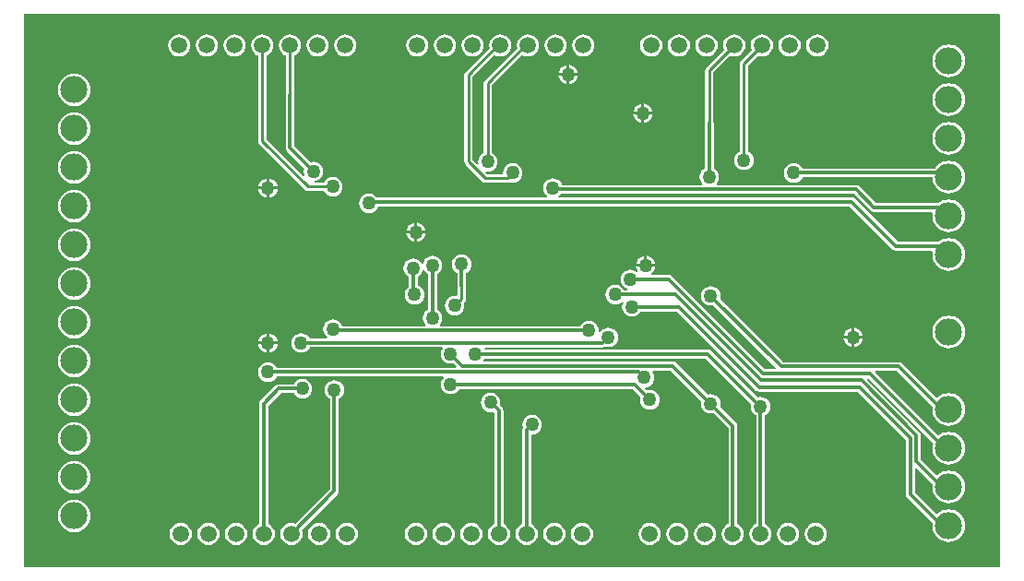
<source format=gbl>
G04 Layer_Physical_Order=2*
G04 Layer_Color=16711680*
%FSLAX23Y23*%
%MOIN*%
G70*
G01*
G75*
%ADD13C,0.010*%
%ADD14C,0.012*%
%ADD16C,0.098*%
%ADD17R,0.059X0.059*%
%ADD18C,0.059*%
%ADD19C,0.209*%
%ADD20C,0.050*%
G36*
X5416Y6307D02*
Y4312D01*
X1891D01*
Y6312D01*
X5411D01*
X5416Y6307D01*
D02*
G37*
%LPC*%
G36*
X4881Y5137D02*
X4851D01*
X4852Y5133D01*
X4855Y5124D01*
X4861Y5117D01*
X4868Y5111D01*
X4877Y5108D01*
X4881Y5107D01*
Y5137D01*
D02*
G37*
G36*
X5231Y5221D02*
X5219Y5220D01*
X5208Y5217D01*
X5198Y5211D01*
X5189Y5204D01*
X5182Y5195D01*
X5176Y5185D01*
X5173Y5174D01*
X5172Y5162D01*
X5173Y5150D01*
X5176Y5139D01*
X5182Y5129D01*
X5189Y5120D01*
X5198Y5113D01*
X5208Y5107D01*
X5219Y5104D01*
X5231Y5103D01*
X5243Y5104D01*
X5254Y5107D01*
X5264Y5113D01*
X5273Y5120D01*
X5280Y5129D01*
X5286Y5139D01*
X5289Y5150D01*
X5290Y5162D01*
X5289Y5174D01*
X5286Y5185D01*
X5280Y5195D01*
X5273Y5204D01*
X5264Y5211D01*
X5254Y5217D01*
X5243Y5220D01*
X5231Y5221D01*
D02*
G37*
G36*
X4921Y5137D02*
X4891D01*
Y5107D01*
X4895Y5108D01*
X4904Y5111D01*
X4911Y5117D01*
X4917Y5124D01*
X4920Y5133D01*
X4921Y5137D01*
D02*
G37*
G36*
X2776Y5157D02*
Y5127D01*
X2806D01*
X2805Y5131D01*
X2802Y5140D01*
X2796Y5147D01*
X2789Y5153D01*
X2780Y5156D01*
X2776Y5157D01*
D02*
G37*
G36*
X2766D02*
X2762Y5156D01*
X2753Y5153D01*
X2746Y5147D01*
X2740Y5140D01*
X2737Y5131D01*
X2736Y5127D01*
X2766D01*
Y5157D01*
D02*
G37*
G36*
X2896Y4992D02*
X2887Y4991D01*
X2878Y4988D01*
X2871Y4982D01*
X2865Y4975D01*
X2865Y4973D01*
X2811D01*
X2805Y4972D01*
X2799Y4969D01*
X2744Y4914D01*
X2741Y4908D01*
X2740Y4902D01*
Y4468D01*
X2736Y4467D01*
X2728Y4460D01*
X2721Y4452D01*
X2717Y4442D01*
X2716Y4432D01*
X2717Y4422D01*
X2721Y4412D01*
X2728Y4404D01*
X2736Y4397D01*
X2746Y4393D01*
X2756Y4392D01*
X2766Y4393D01*
X2776Y4397D01*
X2784Y4404D01*
X2791Y4412D01*
X2795Y4422D01*
X2796Y4432D01*
X2795Y4442D01*
X2791Y4452D01*
X2784Y4460D01*
X2776Y4467D01*
X2772Y4468D01*
Y4895D01*
X2818Y4941D01*
X2865D01*
X2865Y4939D01*
X2871Y4932D01*
X2878Y4926D01*
X2887Y4923D01*
X2896Y4922D01*
X2905Y4923D01*
X2914Y4926D01*
X2921Y4932D01*
X2927Y4939D01*
X2930Y4948D01*
X2931Y4957D01*
X2930Y4966D01*
X2927Y4975D01*
X2921Y4982D01*
X2914Y4988D01*
X2905Y4991D01*
X2896Y4992D01*
D02*
G37*
G36*
X2071Y4976D02*
X2059Y4975D01*
X2048Y4972D01*
X2038Y4966D01*
X2029Y4959D01*
X2022Y4950D01*
X2016Y4940D01*
X2013Y4929D01*
X2012Y4917D01*
X2013Y4905D01*
X2016Y4894D01*
X2022Y4884D01*
X2029Y4875D01*
X2038Y4868D01*
X2048Y4862D01*
X2059Y4859D01*
X2071Y4858D01*
X2083Y4859D01*
X2094Y4862D01*
X2104Y4868D01*
X2113Y4875D01*
X2120Y4884D01*
X2126Y4894D01*
X2129Y4905D01*
X2130Y4917D01*
X2129Y4929D01*
X2126Y4940D01*
X2120Y4950D01*
X2113Y4959D01*
X2104Y4966D01*
X2094Y4972D01*
X2083Y4975D01*
X2071Y4976D01*
D02*
G37*
G36*
Y5116D02*
X2059Y5115D01*
X2048Y5112D01*
X2038Y5106D01*
X2029Y5099D01*
X2022Y5090D01*
X2016Y5080D01*
X2013Y5069D01*
X2012Y5057D01*
X2013Y5045D01*
X2016Y5034D01*
X2022Y5024D01*
X2029Y5015D01*
X2038Y5008D01*
X2048Y5002D01*
X2059Y4999D01*
X2071Y4998D01*
X2083Y4999D01*
X2094Y5002D01*
X2104Y5008D01*
X2113Y5015D01*
X2120Y5024D01*
X2126Y5034D01*
X2129Y5045D01*
X2130Y5057D01*
X2129Y5069D01*
X2126Y5080D01*
X2120Y5090D01*
X2113Y5099D01*
X2104Y5106D01*
X2094Y5112D01*
X2083Y5115D01*
X2071Y5116D01*
D02*
G37*
G36*
X2806Y5117D02*
X2776D01*
Y5087D01*
X2780Y5088D01*
X2789Y5091D01*
X2796Y5097D01*
X2802Y5104D01*
X2805Y5113D01*
X2806Y5117D01*
D02*
G37*
G36*
X2766D02*
X2736D01*
X2737Y5113D01*
X2740Y5104D01*
X2746Y5097D01*
X2753Y5091D01*
X2762Y5088D01*
X2766Y5087D01*
Y5117D01*
D02*
G37*
G36*
X4131Y5437D02*
X4127Y5436D01*
X4118Y5433D01*
X4111Y5427D01*
X4105Y5420D01*
X4102Y5411D01*
X4101Y5407D01*
X4131D01*
Y5437D01*
D02*
G37*
G36*
X4171Y5397D02*
X4101D01*
X4102Y5393D01*
X4105Y5384D01*
X4107Y5383D01*
X4103Y5379D01*
X4099Y5383D01*
X4090Y5386D01*
X4081Y5387D01*
X4072Y5386D01*
X4063Y5383D01*
X4056Y5377D01*
X4050Y5370D01*
X4047Y5361D01*
X4046Y5352D01*
X4047Y5343D01*
X4050Y5334D01*
X4056Y5327D01*
X4063Y5321D01*
X4071Y5318D01*
X4070Y5313D01*
X4057D01*
X4057Y5315D01*
X4051Y5322D01*
X4044Y5328D01*
X4035Y5331D01*
X4026Y5332D01*
X4017Y5331D01*
X4008Y5328D01*
X4001Y5322D01*
X3995Y5315D01*
X3992Y5306D01*
X3991Y5297D01*
X3992Y5288D01*
X3995Y5279D01*
X4001Y5272D01*
X4008Y5266D01*
X4017Y5263D01*
X4026Y5262D01*
X4035Y5263D01*
X4044Y5266D01*
X4051Y5272D01*
X4051Y5273D01*
X4055Y5270D01*
X4052Y5261D01*
X4051Y5252D01*
X4052Y5243D01*
X4055Y5234D01*
X4061Y5227D01*
X4068Y5221D01*
X4077Y5218D01*
X4086Y5217D01*
X4095Y5218D01*
X4104Y5221D01*
X4111Y5227D01*
X4117Y5234D01*
X4117Y5236D01*
X4249D01*
X4534Y4950D01*
X4540Y4947D01*
X4546Y4946D01*
X4902D01*
X5075Y4773D01*
Y4576D01*
X5077Y4570D01*
X5080Y4565D01*
X5173Y4472D01*
X5172Y4462D01*
X5173Y4450D01*
X5176Y4439D01*
X5182Y4429D01*
X5189Y4420D01*
X5198Y4413D01*
X5208Y4407D01*
X5219Y4404D01*
X5231Y4403D01*
X5243Y4404D01*
X5254Y4407D01*
X5264Y4413D01*
X5273Y4420D01*
X5280Y4429D01*
X5286Y4439D01*
X5289Y4450D01*
X5290Y4462D01*
X5289Y4474D01*
X5286Y4485D01*
X5280Y4495D01*
X5273Y4504D01*
X5264Y4511D01*
X5254Y4517D01*
X5243Y4520D01*
X5231Y4521D01*
X5219Y4520D01*
X5208Y4517D01*
X5198Y4511D01*
X5189Y4504D01*
X5187Y4504D01*
X5108Y4583D01*
Y4670D01*
X5113Y4672D01*
X5173Y4612D01*
X5172Y4602D01*
X5173Y4590D01*
X5176Y4579D01*
X5182Y4569D01*
X5189Y4560D01*
X5198Y4553D01*
X5208Y4547D01*
X5219Y4544D01*
X5231Y4543D01*
X5243Y4544D01*
X5254Y4547D01*
X5264Y4553D01*
X5273Y4560D01*
X5280Y4569D01*
X5286Y4579D01*
X5289Y4590D01*
X5290Y4602D01*
X5289Y4614D01*
X5286Y4625D01*
X5280Y4635D01*
X5273Y4644D01*
X5264Y4651D01*
X5254Y4657D01*
X5243Y4660D01*
X5231Y4661D01*
X5219Y4660D01*
X5208Y4657D01*
X5198Y4651D01*
X5189Y4644D01*
X5187Y4644D01*
X5130Y4701D01*
Y4788D01*
X5129Y4795D01*
X5125Y4800D01*
X4937Y4989D01*
X4938Y4994D01*
X4941Y4994D01*
X5175Y4760D01*
X5173Y4754D01*
X5172Y4742D01*
X5173Y4730D01*
X5176Y4719D01*
X5182Y4709D01*
X5189Y4700D01*
X5198Y4693D01*
X5208Y4687D01*
X5219Y4684D01*
X5231Y4683D01*
X5243Y4684D01*
X5254Y4687D01*
X5264Y4693D01*
X5273Y4700D01*
X5280Y4709D01*
X5286Y4719D01*
X5289Y4730D01*
X5290Y4742D01*
X5289Y4754D01*
X5286Y4765D01*
X5280Y4775D01*
X5273Y4784D01*
X5264Y4791D01*
X5254Y4797D01*
X5243Y4800D01*
X5231Y4801D01*
X5219Y4800D01*
X5208Y4797D01*
X5198Y4791D01*
X5193Y4788D01*
X4965Y5016D01*
X4967Y5021D01*
X5044D01*
X5173Y4892D01*
X5172Y4882D01*
X5173Y4870D01*
X5176Y4859D01*
X5182Y4849D01*
X5189Y4840D01*
X5198Y4833D01*
X5208Y4827D01*
X5219Y4824D01*
X5231Y4823D01*
X5243Y4824D01*
X5254Y4827D01*
X5264Y4833D01*
X5273Y4840D01*
X5280Y4849D01*
X5286Y4859D01*
X5289Y4870D01*
X5290Y4882D01*
X5289Y4894D01*
X5286Y4905D01*
X5280Y4915D01*
X5273Y4924D01*
X5264Y4931D01*
X5254Y4937D01*
X5243Y4940D01*
X5231Y4941D01*
X5219Y4940D01*
X5208Y4937D01*
X5198Y4931D01*
X5189Y4924D01*
X5187Y4924D01*
X5063Y5049D01*
X5057Y5052D01*
X5051Y5053D01*
X4633D01*
X4405Y5282D01*
X4405Y5283D01*
X4406Y5292D01*
X4405Y5301D01*
X4402Y5310D01*
X4396Y5317D01*
X4389Y5323D01*
X4380Y5326D01*
X4371Y5327D01*
X4362Y5326D01*
X4353Y5323D01*
X4346Y5317D01*
X4340Y5310D01*
X4337Y5301D01*
X4336Y5292D01*
X4337Y5283D01*
X4340Y5274D01*
X4346Y5267D01*
X4353Y5261D01*
X4362Y5258D01*
X4371Y5257D01*
X4380Y5258D01*
X4381Y5258D01*
X4607Y5033D01*
X4605Y5028D01*
X4565D01*
X4230Y5364D01*
X4224Y5367D01*
X4218Y5368D01*
X4158D01*
X4156Y5373D01*
X4161Y5377D01*
X4167Y5384D01*
X4170Y5393D01*
X4171Y5397D01*
D02*
G37*
G36*
X4141Y5437D02*
Y5407D01*
X4171D01*
X4170Y5411D01*
X4167Y5420D01*
X4161Y5427D01*
X4154Y5433D01*
X4145Y5436D01*
X4141Y5437D01*
D02*
G37*
G36*
X2071Y5536D02*
X2059Y5535D01*
X2048Y5532D01*
X2038Y5526D01*
X2029Y5519D01*
X2022Y5510D01*
X2016Y5500D01*
X2013Y5489D01*
X2012Y5477D01*
X2013Y5465D01*
X2016Y5454D01*
X2022Y5444D01*
X2029Y5435D01*
X2038Y5428D01*
X2048Y5422D01*
X2059Y5419D01*
X2071Y5418D01*
X2083Y5419D01*
X2094Y5422D01*
X2104Y5428D01*
X2113Y5435D01*
X2120Y5444D01*
X2126Y5454D01*
X2129Y5465D01*
X2130Y5477D01*
X2129Y5489D01*
X2126Y5500D01*
X2120Y5510D01*
X2113Y5519D01*
X2104Y5526D01*
X2094Y5532D01*
X2083Y5535D01*
X2071Y5536D01*
D02*
G37*
G36*
X3366Y5437D02*
X3357Y5436D01*
X3348Y5433D01*
X3341Y5427D01*
X3335Y5420D01*
X3332Y5411D01*
X3332Y5410D01*
X3327Y5409D01*
X3327Y5410D01*
X3321Y5417D01*
X3314Y5423D01*
X3305Y5426D01*
X3296Y5427D01*
X3287Y5426D01*
X3278Y5423D01*
X3271Y5417D01*
X3265Y5410D01*
X3262Y5401D01*
X3261Y5392D01*
X3262Y5383D01*
X3265Y5374D01*
X3271Y5367D01*
X3278Y5361D01*
X3280Y5361D01*
Y5325D01*
X3276Y5322D01*
X3270Y5315D01*
X3267Y5306D01*
X3266Y5297D01*
X3267Y5288D01*
X3270Y5279D01*
X3276Y5272D01*
X3283Y5266D01*
X3292Y5263D01*
X3301Y5262D01*
X3310Y5263D01*
X3319Y5266D01*
X3326Y5272D01*
X3332Y5279D01*
X3335Y5288D01*
X3336Y5297D01*
X3335Y5306D01*
X3332Y5315D01*
X3326Y5322D01*
X3319Y5328D01*
X3312Y5330D01*
Y5361D01*
X3314Y5361D01*
X3321Y5367D01*
X3327Y5374D01*
X3330Y5383D01*
X3330Y5384D01*
X3335Y5385D01*
X3335Y5384D01*
X3341Y5377D01*
X3348Y5371D01*
X3350Y5371D01*
Y5243D01*
X3348Y5243D01*
X3341Y5237D01*
X3335Y5230D01*
X3332Y5221D01*
X3331Y5212D01*
X3332Y5203D01*
X3335Y5194D01*
X3340Y5188D01*
X3339Y5183D01*
X3039D01*
X3037Y5190D01*
X3031Y5197D01*
X3024Y5203D01*
X3015Y5206D01*
X3006Y5207D01*
X2997Y5206D01*
X2988Y5203D01*
X2981Y5197D01*
X2975Y5190D01*
X2972Y5181D01*
X2971Y5172D01*
X2972Y5163D01*
X2975Y5154D01*
X2981Y5147D01*
X2985Y5144D01*
X2983Y5139D01*
X2922D01*
X2922Y5140D01*
X2916Y5147D01*
X2909Y5153D01*
X2900Y5156D01*
X2891Y5157D01*
X2882Y5156D01*
X2873Y5153D01*
X2866Y5147D01*
X2860Y5140D01*
X2857Y5131D01*
X2856Y5122D01*
X2857Y5113D01*
X2860Y5104D01*
X2866Y5097D01*
X2873Y5091D01*
X2882Y5088D01*
X2891Y5087D01*
X2900Y5088D01*
X2909Y5091D01*
X2916Y5097D01*
X2922Y5104D01*
X2923Y5107D01*
X3400D01*
X3402Y5102D01*
X3400Y5100D01*
X3397Y5091D01*
X3396Y5082D01*
X3397Y5073D01*
X3400Y5064D01*
X3406Y5057D01*
X3413Y5051D01*
X3422Y5048D01*
X3431Y5047D01*
X3440Y5048D01*
X3441Y5048D01*
X3452Y5038D01*
X3450Y5033D01*
X2802D01*
X2802Y5035D01*
X2796Y5042D01*
X2789Y5048D01*
X2780Y5051D01*
X2771Y5052D01*
X2762Y5051D01*
X2753Y5048D01*
X2746Y5042D01*
X2740Y5035D01*
X2737Y5026D01*
X2736Y5017D01*
X2737Y5008D01*
X2740Y4999D01*
X2746Y4992D01*
X2753Y4986D01*
X2762Y4983D01*
X2771Y4982D01*
X2780Y4983D01*
X2789Y4986D01*
X2796Y4992D01*
X2802Y4999D01*
X2802Y5001D01*
X3403D01*
X3405Y4996D01*
X3400Y4990D01*
X3397Y4981D01*
X3396Y4972D01*
X3397Y4963D01*
X3400Y4954D01*
X3406Y4947D01*
X3413Y4941D01*
X3422Y4938D01*
X3431Y4937D01*
X3440Y4938D01*
X3449Y4941D01*
X3456Y4947D01*
X3462Y4954D01*
X3462Y4956D01*
X4089D01*
X4117Y4927D01*
X4117Y4926D01*
X4116Y4917D01*
X4117Y4908D01*
X4120Y4899D01*
X4126Y4892D01*
X4133Y4886D01*
X4142Y4883D01*
X4151Y4882D01*
X4160Y4883D01*
X4169Y4886D01*
X4176Y4892D01*
X4182Y4899D01*
X4185Y4908D01*
X4186Y4917D01*
X4185Y4926D01*
X4182Y4935D01*
X4176Y4942D01*
X4169Y4948D01*
X4160Y4951D01*
X4151Y4952D01*
X4142Y4951D01*
X4141Y4951D01*
X4134Y4957D01*
X4136Y4962D01*
X4140Y4963D01*
X4149Y4966D01*
X4156Y4972D01*
X4162Y4979D01*
X4165Y4988D01*
X4166Y4997D01*
X4165Y5006D01*
X4162Y5015D01*
X4159Y5018D01*
X4162Y5023D01*
X4227D01*
X4337Y4912D01*
X4337Y4911D01*
X4336Y4902D01*
X4337Y4893D01*
X4340Y4884D01*
X4346Y4877D01*
X4353Y4871D01*
X4362Y4868D01*
X4371Y4867D01*
X4380Y4868D01*
X4381Y4868D01*
X4435Y4815D01*
Y4468D01*
X4431Y4467D01*
X4423Y4460D01*
X4416Y4452D01*
X4412Y4442D01*
X4411Y4432D01*
X4412Y4422D01*
X4416Y4412D01*
X4423Y4404D01*
X4431Y4397D01*
X4441Y4393D01*
X4451Y4392D01*
X4461Y4393D01*
X4471Y4397D01*
X4479Y4404D01*
X4486Y4412D01*
X4490Y4422D01*
X4491Y4432D01*
X4490Y4442D01*
X4486Y4452D01*
X4479Y4460D01*
X4471Y4467D01*
X4467Y4468D01*
Y4822D01*
X4466Y4828D01*
X4463Y4834D01*
X4405Y4892D01*
X4405Y4893D01*
X4406Y4902D01*
X4405Y4911D01*
X4402Y4920D01*
X4396Y4927D01*
X4389Y4933D01*
X4380Y4936D01*
X4371Y4937D01*
X4362Y4936D01*
X4361Y4936D01*
X4246Y5051D01*
X4240Y5054D01*
X4234Y5055D01*
X3551D01*
X3548Y5060D01*
X3552Y5064D01*
X3552Y5066D01*
X4354D01*
X4517Y4902D01*
X4517Y4901D01*
X4516Y4892D01*
X4517Y4883D01*
X4520Y4874D01*
X4526Y4867D01*
X4533Y4861D01*
X4535Y4861D01*
Y4468D01*
X4531Y4467D01*
X4523Y4460D01*
X4516Y4452D01*
X4512Y4442D01*
X4511Y4432D01*
X4512Y4422D01*
X4516Y4412D01*
X4523Y4404D01*
X4531Y4397D01*
X4541Y4393D01*
X4551Y4392D01*
X4561Y4393D01*
X4571Y4397D01*
X4579Y4404D01*
X4586Y4412D01*
X4590Y4422D01*
X4591Y4432D01*
X4590Y4442D01*
X4586Y4452D01*
X4579Y4460D01*
X4571Y4467D01*
X4567Y4468D01*
Y4861D01*
X4569Y4861D01*
X4576Y4867D01*
X4582Y4874D01*
X4585Y4883D01*
X4586Y4892D01*
X4585Y4901D01*
X4582Y4910D01*
X4576Y4917D01*
X4569Y4923D01*
X4560Y4926D01*
X4551Y4927D01*
X4542Y4926D01*
X4541Y4926D01*
X4373Y5094D01*
X4367Y5097D01*
X4361Y5098D01*
X3554D01*
X3553Y5101D01*
X3555Y5106D01*
X3981D01*
X3987Y5107D01*
X3990Y5109D01*
X3992Y5108D01*
X4001Y5107D01*
X4010Y5108D01*
X4019Y5111D01*
X4026Y5117D01*
X4032Y5124D01*
X4035Y5133D01*
X4036Y5142D01*
X4035Y5151D01*
X4032Y5160D01*
X4026Y5167D01*
X4019Y5173D01*
X4010Y5176D01*
X4001Y5177D01*
X3992Y5176D01*
X3983Y5173D01*
X3976Y5167D01*
X3970Y5160D01*
X3970Y5159D01*
X3965Y5160D01*
X3966Y5167D01*
X3965Y5176D01*
X3961Y5184D01*
X3956Y5192D01*
X3948Y5197D01*
X3940Y5201D01*
X3931Y5202D01*
X3922Y5201D01*
X3913Y5197D01*
X3906Y5192D01*
X3900Y5184D01*
X3900Y5183D01*
X3393D01*
X3392Y5188D01*
X3397Y5194D01*
X3400Y5203D01*
X3401Y5212D01*
X3400Y5221D01*
X3397Y5230D01*
X3391Y5237D01*
X3384Y5243D01*
X3382Y5243D01*
Y5371D01*
X3384Y5371D01*
X3391Y5377D01*
X3397Y5384D01*
X3400Y5393D01*
X3401Y5402D01*
X3400Y5411D01*
X3397Y5420D01*
X3391Y5427D01*
X3384Y5433D01*
X3375Y5436D01*
X3366Y5437D01*
D02*
G37*
G36*
X4881Y5177D02*
X4877Y5176D01*
X4868Y5173D01*
X4861Y5167D01*
X4855Y5160D01*
X4852Y5151D01*
X4851Y5147D01*
X4881D01*
Y5177D01*
D02*
G37*
G36*
X2071Y5256D02*
X2059Y5255D01*
X2048Y5252D01*
X2038Y5246D01*
X2029Y5239D01*
X2022Y5230D01*
X2016Y5220D01*
X2013Y5209D01*
X2012Y5197D01*
X2013Y5185D01*
X2016Y5174D01*
X2022Y5164D01*
X2029Y5155D01*
X2038Y5148D01*
X2048Y5142D01*
X2059Y5139D01*
X2071Y5138D01*
X2083Y5139D01*
X2094Y5142D01*
X2104Y5148D01*
X2113Y5155D01*
X2120Y5164D01*
X2126Y5174D01*
X2129Y5185D01*
X2130Y5197D01*
X2129Y5209D01*
X2126Y5220D01*
X2120Y5230D01*
X2113Y5239D01*
X2104Y5246D01*
X2094Y5252D01*
X2083Y5255D01*
X2071Y5256D01*
D02*
G37*
G36*
X4891Y5177D02*
Y5147D01*
X4921D01*
X4920Y5151D01*
X4917Y5160D01*
X4911Y5167D01*
X4904Y5173D01*
X4895Y5176D01*
X4891Y5177D01*
D02*
G37*
G36*
X3471Y5442D02*
X3462Y5441D01*
X3453Y5438D01*
X3446Y5432D01*
X3440Y5425D01*
X3437Y5416D01*
X3436Y5407D01*
X3437Y5398D01*
X3440Y5389D01*
X3446Y5382D01*
X3453Y5376D01*
X3455Y5376D01*
Y5327D01*
X3456Y5322D01*
Y5296D01*
X3451Y5292D01*
X3446Y5292D01*
X3437Y5291D01*
X3428Y5288D01*
X3421Y5282D01*
X3415Y5275D01*
X3412Y5266D01*
X3411Y5257D01*
X3412Y5248D01*
X3415Y5239D01*
X3421Y5232D01*
X3428Y5226D01*
X3437Y5223D01*
X3446Y5222D01*
X3455Y5223D01*
X3464Y5226D01*
X3471Y5232D01*
X3477Y5239D01*
X3480Y5248D01*
X3481Y5257D01*
X3480Y5266D01*
X3479Y5268D01*
X3482Y5271D01*
X3485Y5276D01*
X3486Y5282D01*
Y5322D01*
X3487Y5327D01*
Y5376D01*
X3489Y5376D01*
X3496Y5382D01*
X3502Y5389D01*
X3505Y5398D01*
X3506Y5407D01*
X3505Y5416D01*
X3502Y5425D01*
X3496Y5432D01*
X3489Y5438D01*
X3480Y5441D01*
X3471Y5442D01*
D02*
G37*
G36*
X2071Y5396D02*
X2059Y5395D01*
X2048Y5392D01*
X2038Y5386D01*
X2029Y5379D01*
X2022Y5370D01*
X2016Y5360D01*
X2013Y5349D01*
X2012Y5337D01*
X2013Y5325D01*
X2016Y5314D01*
X2022Y5304D01*
X2029Y5295D01*
X2038Y5288D01*
X2048Y5282D01*
X2059Y5279D01*
X2071Y5278D01*
X2083Y5279D01*
X2094Y5282D01*
X2104Y5288D01*
X2113Y5295D01*
X2120Y5304D01*
X2126Y5314D01*
X2129Y5325D01*
X2130Y5337D01*
X2129Y5349D01*
X2126Y5360D01*
X2120Y5370D01*
X2113Y5379D01*
X2104Y5386D01*
X2094Y5392D01*
X2083Y5395D01*
X2071Y5396D01*
D02*
G37*
G36*
Y4836D02*
X2059Y4835D01*
X2048Y4832D01*
X2038Y4826D01*
X2029Y4819D01*
X2022Y4810D01*
X2016Y4800D01*
X2013Y4789D01*
X2012Y4777D01*
X2013Y4765D01*
X2016Y4754D01*
X2022Y4744D01*
X2029Y4735D01*
X2038Y4728D01*
X2048Y4722D01*
X2059Y4719D01*
X2071Y4718D01*
X2083Y4719D01*
X2094Y4722D01*
X2104Y4728D01*
X2113Y4735D01*
X2120Y4744D01*
X2126Y4754D01*
X2129Y4765D01*
X2130Y4777D01*
X2129Y4789D01*
X2126Y4800D01*
X2120Y4810D01*
X2113Y4819D01*
X2104Y4826D01*
X2094Y4832D01*
X2083Y4835D01*
X2071Y4836D01*
D02*
G37*
G36*
X3406Y4472D02*
X3396Y4471D01*
X3386Y4467D01*
X3378Y4460D01*
X3371Y4452D01*
X3367Y4442D01*
X3366Y4432D01*
X3367Y4422D01*
X3371Y4412D01*
X3378Y4404D01*
X3386Y4397D01*
X3396Y4393D01*
X3406Y4392D01*
X3416Y4393D01*
X3426Y4397D01*
X3434Y4404D01*
X3441Y4412D01*
X3445Y4422D01*
X3446Y4432D01*
X3445Y4442D01*
X3441Y4452D01*
X3434Y4460D01*
X3426Y4467D01*
X3416Y4471D01*
X3406Y4472D01*
D02*
G37*
G36*
X3306D02*
X3296Y4471D01*
X3286Y4467D01*
X3278Y4460D01*
X3271Y4452D01*
X3267Y4442D01*
X3266Y4432D01*
X3267Y4422D01*
X3271Y4412D01*
X3278Y4404D01*
X3286Y4397D01*
X3296Y4393D01*
X3306Y4392D01*
X3316Y4393D01*
X3326Y4397D01*
X3334Y4404D01*
X3341Y4412D01*
X3345Y4422D01*
X3346Y4432D01*
X3345Y4442D01*
X3341Y4452D01*
X3334Y4460D01*
X3326Y4467D01*
X3316Y4471D01*
X3306Y4472D01*
D02*
G37*
G36*
X3506D02*
X3496Y4471D01*
X3486Y4467D01*
X3478Y4460D01*
X3471Y4452D01*
X3467Y4442D01*
X3466Y4432D01*
X3467Y4422D01*
X3471Y4412D01*
X3478Y4404D01*
X3486Y4397D01*
X3496Y4393D01*
X3506Y4392D01*
X3516Y4393D01*
X3526Y4397D01*
X3534Y4404D01*
X3541Y4412D01*
X3545Y4422D01*
X3546Y4432D01*
X3545Y4442D01*
X3541Y4452D01*
X3534Y4460D01*
X3526Y4467D01*
X3516Y4471D01*
X3506Y4472D01*
D02*
G37*
G36*
X3726Y4862D02*
X3717Y4861D01*
X3708Y4858D01*
X3701Y4852D01*
X3695Y4845D01*
X3692Y4836D01*
X3691Y4827D01*
X3692Y4818D01*
X3693Y4816D01*
X3691Y4813D01*
X3690Y4807D01*
Y4468D01*
X3686Y4467D01*
X3678Y4460D01*
X3671Y4452D01*
X3667Y4442D01*
X3666Y4432D01*
X3667Y4422D01*
X3671Y4412D01*
X3678Y4404D01*
X3686Y4397D01*
X3696Y4393D01*
X3706Y4392D01*
X3716Y4393D01*
X3726Y4397D01*
X3734Y4404D01*
X3741Y4412D01*
X3745Y4422D01*
X3746Y4432D01*
X3745Y4442D01*
X3741Y4452D01*
X3734Y4460D01*
X3726Y4467D01*
X3722Y4468D01*
Y4788D01*
X3726Y4792D01*
X3735Y4793D01*
X3744Y4796D01*
X3751Y4802D01*
X3757Y4809D01*
X3760Y4818D01*
X3761Y4827D01*
X3760Y4836D01*
X3757Y4845D01*
X3751Y4852D01*
X3744Y4858D01*
X3735Y4861D01*
X3726Y4862D01*
D02*
G37*
G36*
X3576Y4942D02*
X3567Y4941D01*
X3558Y4938D01*
X3551Y4932D01*
X3545Y4925D01*
X3542Y4916D01*
X3541Y4907D01*
X3542Y4898D01*
X3545Y4889D01*
X3551Y4882D01*
X3558Y4876D01*
X3567Y4873D01*
X3576Y4872D01*
X3585Y4873D01*
X3586Y4873D01*
X3590Y4870D01*
Y4468D01*
X3586Y4467D01*
X3578Y4460D01*
X3571Y4452D01*
X3567Y4442D01*
X3566Y4432D01*
X3567Y4422D01*
X3571Y4412D01*
X3578Y4404D01*
X3586Y4397D01*
X3596Y4393D01*
X3606Y4392D01*
X3616Y4393D01*
X3626Y4397D01*
X3634Y4404D01*
X3641Y4412D01*
X3645Y4422D01*
X3646Y4432D01*
X3645Y4442D01*
X3641Y4452D01*
X3634Y4460D01*
X3626Y4467D01*
X3622Y4468D01*
Y4877D01*
X3621Y4883D01*
X3618Y4889D01*
X3610Y4897D01*
X3610Y4898D01*
X3611Y4907D01*
X3610Y4916D01*
X3607Y4925D01*
X3601Y4932D01*
X3594Y4938D01*
X3585Y4941D01*
X3576Y4942D01*
D02*
G37*
G36*
X2556Y4472D02*
X2546Y4471D01*
X2536Y4467D01*
X2528Y4460D01*
X2521Y4452D01*
X2517Y4442D01*
X2516Y4432D01*
X2517Y4422D01*
X2521Y4412D01*
X2528Y4404D01*
X2536Y4397D01*
X2546Y4393D01*
X2556Y4392D01*
X2566Y4393D01*
X2576Y4397D01*
X2584Y4404D01*
X2591Y4412D01*
X2595Y4422D01*
X2596Y4432D01*
X2595Y4442D01*
X2591Y4452D01*
X2584Y4460D01*
X2576Y4467D01*
X2566Y4471D01*
X2556Y4472D01*
D02*
G37*
G36*
X2456D02*
X2446Y4471D01*
X2436Y4467D01*
X2428Y4460D01*
X2421Y4452D01*
X2417Y4442D01*
X2416Y4432D01*
X2417Y4422D01*
X2421Y4412D01*
X2428Y4404D01*
X2436Y4397D01*
X2446Y4393D01*
X2456Y4392D01*
X2466Y4393D01*
X2476Y4397D01*
X2484Y4404D01*
X2491Y4412D01*
X2495Y4422D01*
X2496Y4432D01*
X2495Y4442D01*
X2491Y4452D01*
X2484Y4460D01*
X2476Y4467D01*
X2466Y4471D01*
X2456Y4472D01*
D02*
G37*
G36*
X2656D02*
X2646Y4471D01*
X2636Y4467D01*
X2628Y4460D01*
X2621Y4452D01*
X2617Y4442D01*
X2616Y4432D01*
X2617Y4422D01*
X2621Y4412D01*
X2628Y4404D01*
X2636Y4397D01*
X2646Y4393D01*
X2656Y4392D01*
X2666Y4393D01*
X2676Y4397D01*
X2684Y4404D01*
X2691Y4412D01*
X2695Y4422D01*
X2696Y4432D01*
X2695Y4442D01*
X2691Y4452D01*
X2684Y4460D01*
X2676Y4467D01*
X2666Y4471D01*
X2656Y4472D01*
D02*
G37*
G36*
X3056D02*
X3046Y4471D01*
X3036Y4467D01*
X3028Y4460D01*
X3021Y4452D01*
X3017Y4442D01*
X3016Y4432D01*
X3017Y4422D01*
X3021Y4412D01*
X3028Y4404D01*
X3036Y4397D01*
X3046Y4393D01*
X3056Y4392D01*
X3066Y4393D01*
X3076Y4397D01*
X3084Y4404D01*
X3091Y4412D01*
X3095Y4422D01*
X3096Y4432D01*
X3095Y4442D01*
X3091Y4452D01*
X3084Y4460D01*
X3076Y4467D01*
X3066Y4471D01*
X3056Y4472D01*
D02*
G37*
G36*
X2956D02*
X2946Y4471D01*
X2936Y4467D01*
X2928Y4460D01*
X2921Y4452D01*
X2917Y4442D01*
X2916Y4432D01*
X2917Y4422D01*
X2921Y4412D01*
X2928Y4404D01*
X2936Y4397D01*
X2946Y4393D01*
X2956Y4392D01*
X2966Y4393D01*
X2976Y4397D01*
X2984Y4404D01*
X2991Y4412D01*
X2995Y4422D01*
X2996Y4432D01*
X2995Y4442D01*
X2991Y4452D01*
X2984Y4460D01*
X2976Y4467D01*
X2966Y4471D01*
X2956Y4472D01*
D02*
G37*
G36*
X4751D02*
X4741Y4471D01*
X4731Y4467D01*
X4723Y4460D01*
X4716Y4452D01*
X4712Y4442D01*
X4711Y4432D01*
X4712Y4422D01*
X4716Y4412D01*
X4723Y4404D01*
X4731Y4397D01*
X4741Y4393D01*
X4751Y4392D01*
X4761Y4393D01*
X4771Y4397D01*
X4779Y4404D01*
X4786Y4412D01*
X4790Y4422D01*
X4791Y4432D01*
X4790Y4442D01*
X4786Y4452D01*
X4779Y4460D01*
X4771Y4467D01*
X4761Y4471D01*
X4751Y4472D01*
D02*
G37*
G36*
X4651D02*
X4641Y4471D01*
X4631Y4467D01*
X4623Y4460D01*
X4616Y4452D01*
X4612Y4442D01*
X4611Y4432D01*
X4612Y4422D01*
X4616Y4412D01*
X4623Y4404D01*
X4631Y4397D01*
X4641Y4393D01*
X4651Y4392D01*
X4661Y4393D01*
X4671Y4397D01*
X4679Y4404D01*
X4686Y4412D01*
X4690Y4422D01*
X4691Y4432D01*
X4690Y4442D01*
X4686Y4452D01*
X4679Y4460D01*
X4671Y4467D01*
X4661Y4471D01*
X4651Y4472D01*
D02*
G37*
G36*
X2071Y4556D02*
X2059Y4555D01*
X2048Y4552D01*
X2038Y4546D01*
X2029Y4539D01*
X2022Y4530D01*
X2016Y4520D01*
X2013Y4509D01*
X2012Y4497D01*
X2013Y4485D01*
X2016Y4474D01*
X2022Y4464D01*
X2029Y4455D01*
X2038Y4448D01*
X2048Y4442D01*
X2059Y4439D01*
X2071Y4438D01*
X2083Y4439D01*
X2094Y4442D01*
X2104Y4448D01*
X2113Y4455D01*
X2120Y4464D01*
X2126Y4474D01*
X2129Y4485D01*
X2130Y4497D01*
X2129Y4509D01*
X2126Y4520D01*
X2120Y4530D01*
X2113Y4539D01*
X2104Y4546D01*
X2094Y4552D01*
X2083Y4555D01*
X2071Y4556D01*
D02*
G37*
G36*
Y4696D02*
X2059Y4695D01*
X2048Y4692D01*
X2038Y4686D01*
X2029Y4679D01*
X2022Y4670D01*
X2016Y4660D01*
X2013Y4649D01*
X2012Y4637D01*
X2013Y4625D01*
X2016Y4614D01*
X2022Y4604D01*
X2029Y4595D01*
X2038Y4588D01*
X2048Y4582D01*
X2059Y4579D01*
X2071Y4578D01*
X2083Y4579D01*
X2094Y4582D01*
X2104Y4588D01*
X2113Y4595D01*
X2120Y4604D01*
X2126Y4614D01*
X2129Y4625D01*
X2130Y4637D01*
X2129Y4649D01*
X2126Y4660D01*
X2120Y4670D01*
X2113Y4679D01*
X2104Y4686D01*
X2094Y4692D01*
X2083Y4695D01*
X2071Y4696D01*
D02*
G37*
G36*
X3011Y4987D02*
X3002Y4986D01*
X2993Y4983D01*
X2986Y4977D01*
X2980Y4970D01*
X2977Y4961D01*
X2976Y4952D01*
X2977Y4943D01*
X2980Y4934D01*
X2986Y4927D01*
X2993Y4921D01*
X2995Y4921D01*
Y4594D01*
X2870Y4469D01*
X2866Y4471D01*
X2856Y4472D01*
X2846Y4471D01*
X2836Y4467D01*
X2828Y4460D01*
X2821Y4452D01*
X2817Y4442D01*
X2816Y4432D01*
X2817Y4422D01*
X2821Y4412D01*
X2828Y4404D01*
X2836Y4397D01*
X2846Y4393D01*
X2856Y4392D01*
X2866Y4393D01*
X2876Y4397D01*
X2884Y4404D01*
X2891Y4412D01*
X2895Y4422D01*
X2896Y4432D01*
X2895Y4442D01*
X2893Y4446D01*
X3023Y4575D01*
X3026Y4581D01*
X3027Y4587D01*
Y4921D01*
X3029Y4921D01*
X3036Y4927D01*
X3042Y4934D01*
X3045Y4943D01*
X3046Y4952D01*
X3045Y4961D01*
X3042Y4970D01*
X3036Y4977D01*
X3029Y4983D01*
X3020Y4986D01*
X3011Y4987D01*
D02*
G37*
G36*
X3906Y4472D02*
X3896Y4471D01*
X3886Y4467D01*
X3878Y4460D01*
X3871Y4452D01*
X3867Y4442D01*
X3866Y4432D01*
X3867Y4422D01*
X3871Y4412D01*
X3878Y4404D01*
X3886Y4397D01*
X3896Y4393D01*
X3906Y4392D01*
X3916Y4393D01*
X3926Y4397D01*
X3934Y4404D01*
X3941Y4412D01*
X3945Y4422D01*
X3946Y4432D01*
X3945Y4442D01*
X3941Y4452D01*
X3934Y4460D01*
X3926Y4467D01*
X3916Y4471D01*
X3906Y4472D01*
D02*
G37*
G36*
X3806D02*
X3796Y4471D01*
X3786Y4467D01*
X3778Y4460D01*
X3771Y4452D01*
X3767Y4442D01*
X3766Y4432D01*
X3767Y4422D01*
X3771Y4412D01*
X3778Y4404D01*
X3786Y4397D01*
X3796Y4393D01*
X3806Y4392D01*
X3816Y4393D01*
X3826Y4397D01*
X3834Y4404D01*
X3841Y4412D01*
X3845Y4422D01*
X3846Y4432D01*
X3845Y4442D01*
X3841Y4452D01*
X3834Y4460D01*
X3826Y4467D01*
X3816Y4471D01*
X3806Y4472D01*
D02*
G37*
G36*
X4151D02*
X4141Y4471D01*
X4131Y4467D01*
X4123Y4460D01*
X4116Y4452D01*
X4112Y4442D01*
X4111Y4432D01*
X4112Y4422D01*
X4116Y4412D01*
X4123Y4404D01*
X4131Y4397D01*
X4141Y4393D01*
X4151Y4392D01*
X4161Y4393D01*
X4171Y4397D01*
X4179Y4404D01*
X4186Y4412D01*
X4190Y4422D01*
X4191Y4432D01*
X4190Y4442D01*
X4186Y4452D01*
X4179Y4460D01*
X4171Y4467D01*
X4161Y4471D01*
X4151Y4472D01*
D02*
G37*
G36*
X4351D02*
X4341Y4471D01*
X4331Y4467D01*
X4323Y4460D01*
X4316Y4452D01*
X4312Y4442D01*
X4311Y4432D01*
X4312Y4422D01*
X4316Y4412D01*
X4323Y4404D01*
X4331Y4397D01*
X4341Y4393D01*
X4351Y4392D01*
X4361Y4393D01*
X4371Y4397D01*
X4379Y4404D01*
X4386Y4412D01*
X4390Y4422D01*
X4391Y4432D01*
X4390Y4442D01*
X4386Y4452D01*
X4379Y4460D01*
X4371Y4467D01*
X4361Y4471D01*
X4351Y4472D01*
D02*
G37*
G36*
X4251D02*
X4241Y4471D01*
X4231Y4467D01*
X4223Y4460D01*
X4216Y4452D01*
X4212Y4442D01*
X4211Y4432D01*
X4212Y4422D01*
X4216Y4412D01*
X4223Y4404D01*
X4231Y4397D01*
X4241Y4393D01*
X4251Y4392D01*
X4261Y4393D01*
X4271Y4397D01*
X4279Y4404D01*
X4286Y4412D01*
X4290Y4422D01*
X4291Y4432D01*
X4290Y4442D01*
X4286Y4452D01*
X4279Y4460D01*
X4271Y4467D01*
X4261Y4471D01*
X4251Y4472D01*
D02*
G37*
G36*
X3301Y5517D02*
X3271D01*
X3272Y5513D01*
X3275Y5504D01*
X3281Y5497D01*
X3288Y5491D01*
X3297Y5488D01*
X3301Y5487D01*
Y5517D01*
D02*
G37*
G36*
X2951Y6237D02*
X2941Y6236D01*
X2931Y6232D01*
X2923Y6225D01*
X2916Y6217D01*
X2912Y6207D01*
X2911Y6197D01*
X2912Y6187D01*
X2916Y6177D01*
X2923Y6169D01*
X2931Y6162D01*
X2941Y6158D01*
X2951Y6157D01*
X2961Y6158D01*
X2971Y6162D01*
X2979Y6169D01*
X2986Y6177D01*
X2990Y6187D01*
X2991Y6197D01*
X2990Y6207D01*
X2986Y6217D01*
X2979Y6225D01*
X2971Y6232D01*
X2961Y6236D01*
X2951Y6237D01*
D02*
G37*
G36*
X2651D02*
X2641Y6236D01*
X2631Y6232D01*
X2623Y6225D01*
X2616Y6217D01*
X2612Y6207D01*
X2611Y6197D01*
X2612Y6187D01*
X2616Y6177D01*
X2623Y6169D01*
X2631Y6162D01*
X2641Y6158D01*
X2651Y6157D01*
X2661Y6158D01*
X2671Y6162D01*
X2679Y6169D01*
X2686Y6177D01*
X2690Y6187D01*
X2691Y6197D01*
X2690Y6207D01*
X2686Y6217D01*
X2679Y6225D01*
X2671Y6232D01*
X2661Y6236D01*
X2651Y6237D01*
D02*
G37*
G36*
X3051D02*
X3041Y6236D01*
X3031Y6232D01*
X3023Y6225D01*
X3016Y6217D01*
X3012Y6207D01*
X3011Y6197D01*
X3012Y6187D01*
X3016Y6177D01*
X3023Y6169D01*
X3031Y6162D01*
X3041Y6158D01*
X3051Y6157D01*
X3061Y6158D01*
X3071Y6162D01*
X3079Y6169D01*
X3086Y6177D01*
X3090Y6187D01*
X3091Y6197D01*
X3090Y6207D01*
X3086Y6217D01*
X3079Y6225D01*
X3071Y6232D01*
X3061Y6236D01*
X3051Y6237D01*
D02*
G37*
G36*
X3411D02*
X3401Y6236D01*
X3391Y6232D01*
X3383Y6225D01*
X3376Y6217D01*
X3372Y6207D01*
X3371Y6197D01*
X3372Y6187D01*
X3376Y6177D01*
X3383Y6169D01*
X3391Y6162D01*
X3401Y6158D01*
X3411Y6157D01*
X3421Y6158D01*
X3431Y6162D01*
X3439Y6169D01*
X3446Y6177D01*
X3450Y6187D01*
X3451Y6197D01*
X3450Y6207D01*
X3446Y6217D01*
X3439Y6225D01*
X3431Y6232D01*
X3421Y6236D01*
X3411Y6237D01*
D02*
G37*
G36*
X3311D02*
X3301Y6236D01*
X3291Y6232D01*
X3283Y6225D01*
X3276Y6217D01*
X3272Y6207D01*
X3271Y6197D01*
X3272Y6187D01*
X3276Y6177D01*
X3283Y6169D01*
X3291Y6162D01*
X3301Y6158D01*
X3311Y6157D01*
X3321Y6158D01*
X3331Y6162D01*
X3339Y6169D01*
X3346Y6177D01*
X3350Y6187D01*
X3351Y6197D01*
X3350Y6207D01*
X3346Y6217D01*
X3339Y6225D01*
X3331Y6232D01*
X3321Y6236D01*
X3311Y6237D01*
D02*
G37*
G36*
X3851Y6127D02*
X3847Y6126D01*
X3838Y6123D01*
X3831Y6117D01*
X3825Y6110D01*
X3822Y6101D01*
X3821Y6097D01*
X3851D01*
Y6127D01*
D02*
G37*
G36*
X5231Y6201D02*
X5219Y6200D01*
X5208Y6197D01*
X5198Y6191D01*
X5189Y6184D01*
X5182Y6175D01*
X5176Y6165D01*
X5173Y6154D01*
X5172Y6142D01*
X5173Y6130D01*
X5176Y6119D01*
X5182Y6109D01*
X5189Y6100D01*
X5198Y6093D01*
X5208Y6087D01*
X5219Y6084D01*
X5231Y6083D01*
X5243Y6084D01*
X5254Y6087D01*
X5264Y6093D01*
X5273Y6100D01*
X5280Y6109D01*
X5286Y6119D01*
X5289Y6130D01*
X5290Y6142D01*
X5289Y6154D01*
X5286Y6165D01*
X5280Y6175D01*
X5273Y6184D01*
X5264Y6191D01*
X5254Y6197D01*
X5243Y6200D01*
X5231Y6201D01*
D02*
G37*
G36*
X3861Y6127D02*
Y6097D01*
X3891D01*
X3890Y6101D01*
X3887Y6110D01*
X3881Y6117D01*
X3874Y6123D01*
X3865Y6126D01*
X3861Y6127D01*
D02*
G37*
G36*
X2551Y6237D02*
X2541Y6236D01*
X2531Y6232D01*
X2523Y6225D01*
X2516Y6217D01*
X2512Y6207D01*
X2511Y6197D01*
X2512Y6187D01*
X2516Y6177D01*
X2523Y6169D01*
X2531Y6162D01*
X2541Y6158D01*
X2551Y6157D01*
X2561Y6158D01*
X2571Y6162D01*
X2579Y6169D01*
X2586Y6177D01*
X2590Y6187D01*
X2591Y6197D01*
X2590Y6207D01*
X2586Y6217D01*
X2579Y6225D01*
X2571Y6232D01*
X2561Y6236D01*
X2551Y6237D01*
D02*
G37*
G36*
X2451D02*
X2441Y6236D01*
X2431Y6232D01*
X2423Y6225D01*
X2416Y6217D01*
X2412Y6207D01*
X2411Y6197D01*
X2412Y6187D01*
X2416Y6177D01*
X2423Y6169D01*
X2431Y6162D01*
X2441Y6158D01*
X2451Y6157D01*
X2461Y6158D01*
X2471Y6162D01*
X2479Y6169D01*
X2486Y6177D01*
X2490Y6187D01*
X2491Y6197D01*
X2490Y6207D01*
X2486Y6217D01*
X2479Y6225D01*
X2471Y6232D01*
X2461Y6236D01*
X2451Y6237D01*
D02*
G37*
G36*
X3511D02*
X3501Y6236D01*
X3491Y6232D01*
X3483Y6225D01*
X3476Y6217D01*
X3472Y6207D01*
X3471Y6197D01*
X3472Y6187D01*
X3476Y6177D01*
X3483Y6169D01*
X3491Y6162D01*
X3501Y6158D01*
X3511Y6157D01*
X3521Y6158D01*
X3531Y6162D01*
X3539Y6169D01*
X3546Y6177D01*
X3550Y6187D01*
X3551Y6197D01*
X3550Y6207D01*
X3546Y6217D01*
X3539Y6225D01*
X3531Y6232D01*
X3521Y6236D01*
X3511Y6237D01*
D02*
G37*
G36*
X4456D02*
X4446Y6236D01*
X4436Y6232D01*
X4428Y6225D01*
X4421Y6217D01*
X4417Y6207D01*
X4416Y6197D01*
X4417Y6187D01*
X4419Y6182D01*
X4355Y6118D01*
X4352Y6113D01*
X4351Y6107D01*
Y5922D01*
X4350Y5917D01*
Y5753D01*
X4348Y5753D01*
X4341Y5747D01*
X4335Y5740D01*
X4332Y5731D01*
X4331Y5722D01*
X4332Y5713D01*
X4335Y5704D01*
X4340Y5698D01*
X4338Y5693D01*
X3834D01*
X3832Y5700D01*
X3826Y5707D01*
X3819Y5713D01*
X3810Y5716D01*
X3801Y5717D01*
X3792Y5716D01*
X3783Y5713D01*
X3776Y5707D01*
X3770Y5700D01*
X3767Y5691D01*
X3766Y5682D01*
X3767Y5673D01*
X3770Y5664D01*
X3776Y5657D01*
X3781Y5653D01*
X3779Y5648D01*
X3164D01*
X3161Y5652D01*
X3154Y5658D01*
X3145Y5661D01*
X3136Y5662D01*
X3127Y5661D01*
X3118Y5658D01*
X3111Y5652D01*
X3105Y5645D01*
X3102Y5636D01*
X3101Y5627D01*
X3102Y5618D01*
X3105Y5609D01*
X3111Y5602D01*
X3118Y5596D01*
X3127Y5593D01*
X3136Y5592D01*
X3145Y5593D01*
X3154Y5596D01*
X3161Y5602D01*
X3167Y5609D01*
X3169Y5616D01*
X4874D01*
X5029Y5460D01*
X5035Y5457D01*
X5041Y5456D01*
X5169D01*
X5172Y5451D01*
X5172Y5442D01*
X5173Y5430D01*
X5176Y5419D01*
X5182Y5409D01*
X5189Y5400D01*
X5198Y5393D01*
X5208Y5387D01*
X5219Y5384D01*
X5231Y5383D01*
X5243Y5384D01*
X5254Y5387D01*
X5264Y5393D01*
X5273Y5400D01*
X5280Y5409D01*
X5286Y5419D01*
X5289Y5430D01*
X5290Y5442D01*
X5289Y5454D01*
X5286Y5465D01*
X5280Y5475D01*
X5273Y5484D01*
X5264Y5491D01*
X5254Y5497D01*
X5243Y5500D01*
X5231Y5501D01*
X5219Y5500D01*
X5208Y5497D01*
X5198Y5491D01*
X5194Y5488D01*
X5048D01*
X4893Y5644D01*
X4887Y5647D01*
X4881Y5648D01*
X3823D01*
X3821Y5653D01*
X3826Y5657D01*
X3829Y5661D01*
X4889D01*
X4949Y5600D01*
X4955Y5597D01*
X4961Y5596D01*
X5169D01*
X5172Y5591D01*
X5172Y5582D01*
X5173Y5570D01*
X5176Y5559D01*
X5182Y5549D01*
X5189Y5540D01*
X5198Y5533D01*
X5208Y5527D01*
X5219Y5524D01*
X5231Y5523D01*
X5243Y5524D01*
X5254Y5527D01*
X5264Y5533D01*
X5273Y5540D01*
X5280Y5549D01*
X5286Y5559D01*
X5289Y5570D01*
X5290Y5582D01*
X5289Y5594D01*
X5286Y5605D01*
X5280Y5615D01*
X5273Y5624D01*
X5264Y5631D01*
X5254Y5637D01*
X5243Y5640D01*
X5231Y5641D01*
X5219Y5640D01*
X5208Y5637D01*
X5198Y5631D01*
X5194Y5628D01*
X4968D01*
X4908Y5689D01*
X4902Y5692D01*
X4896Y5693D01*
X4394D01*
X4392Y5698D01*
X4397Y5704D01*
X4400Y5713D01*
X4401Y5722D01*
X4400Y5731D01*
X4397Y5740D01*
X4391Y5747D01*
X4384Y5753D01*
X4382Y5753D01*
Y5917D01*
X4381Y5922D01*
Y6101D01*
X4441Y6160D01*
X4446Y6158D01*
X4456Y6157D01*
X4466Y6158D01*
X4476Y6162D01*
X4484Y6169D01*
X4491Y6177D01*
X4495Y6187D01*
X4496Y6197D01*
X4495Y6207D01*
X4491Y6217D01*
X4484Y6225D01*
X4476Y6232D01*
X4466Y6236D01*
X4456Y6237D01*
D02*
G37*
G36*
X4356D02*
X4346Y6236D01*
X4336Y6232D01*
X4328Y6225D01*
X4321Y6217D01*
X4317Y6207D01*
X4316Y6197D01*
X4317Y6187D01*
X4321Y6177D01*
X4328Y6169D01*
X4336Y6162D01*
X4346Y6158D01*
X4356Y6157D01*
X4366Y6158D01*
X4376Y6162D01*
X4384Y6169D01*
X4391Y6177D01*
X4395Y6187D01*
X4396Y6197D01*
X4395Y6207D01*
X4391Y6217D01*
X4384Y6225D01*
X4376Y6232D01*
X4366Y6236D01*
X4356Y6237D01*
D02*
G37*
G36*
X4556D02*
X4546Y6236D01*
X4536Y6232D01*
X4528Y6225D01*
X4521Y6217D01*
X4517Y6207D01*
X4516Y6197D01*
X4517Y6187D01*
X4519Y6182D01*
X4480Y6143D01*
X4477Y6138D01*
X4476Y6132D01*
Y5814D01*
X4473Y5813D01*
X4466Y5807D01*
X4460Y5800D01*
X4457Y5791D01*
X4456Y5782D01*
X4457Y5773D01*
X4460Y5764D01*
X4466Y5757D01*
X4473Y5751D01*
X4482Y5748D01*
X4491Y5747D01*
X4500Y5748D01*
X4509Y5751D01*
X4516Y5757D01*
X4522Y5764D01*
X4525Y5773D01*
X4526Y5782D01*
X4525Y5791D01*
X4522Y5800D01*
X4516Y5807D01*
X4509Y5813D01*
X4506Y5814D01*
Y6126D01*
X4541Y6160D01*
X4546Y6158D01*
X4556Y6157D01*
X4566Y6158D01*
X4576Y6162D01*
X4584Y6169D01*
X4591Y6177D01*
X4595Y6187D01*
X4596Y6197D01*
X4595Y6207D01*
X4591Y6217D01*
X4584Y6225D01*
X4576Y6232D01*
X4566Y6236D01*
X4556Y6237D01*
D02*
G37*
G36*
X4756D02*
X4746Y6236D01*
X4736Y6232D01*
X4728Y6225D01*
X4721Y6217D01*
X4717Y6207D01*
X4716Y6197D01*
X4717Y6187D01*
X4721Y6177D01*
X4728Y6169D01*
X4736Y6162D01*
X4746Y6158D01*
X4756Y6157D01*
X4766Y6158D01*
X4776Y6162D01*
X4784Y6169D01*
X4791Y6177D01*
X4795Y6187D01*
X4796Y6197D01*
X4795Y6207D01*
X4791Y6217D01*
X4784Y6225D01*
X4776Y6232D01*
X4766Y6236D01*
X4756Y6237D01*
D02*
G37*
G36*
X4656D02*
X4646Y6236D01*
X4636Y6232D01*
X4628Y6225D01*
X4621Y6217D01*
X4617Y6207D01*
X4616Y6197D01*
X4617Y6187D01*
X4621Y6177D01*
X4628Y6169D01*
X4636Y6162D01*
X4646Y6158D01*
X4656Y6157D01*
X4666Y6158D01*
X4676Y6162D01*
X4684Y6169D01*
X4691Y6177D01*
X4695Y6187D01*
X4696Y6197D01*
X4695Y6207D01*
X4691Y6217D01*
X4684Y6225D01*
X4676Y6232D01*
X4666Y6236D01*
X4656Y6237D01*
D02*
G37*
G36*
X3811D02*
X3801Y6236D01*
X3791Y6232D01*
X3783Y6225D01*
X3776Y6217D01*
X3772Y6207D01*
X3771Y6197D01*
X3772Y6187D01*
X3776Y6177D01*
X3783Y6169D01*
X3791Y6162D01*
X3801Y6158D01*
X3811Y6157D01*
X3821Y6158D01*
X3831Y6162D01*
X3839Y6169D01*
X3846Y6177D01*
X3850Y6187D01*
X3851Y6197D01*
X3850Y6207D01*
X3846Y6217D01*
X3839Y6225D01*
X3831Y6232D01*
X3821Y6236D01*
X3811Y6237D01*
D02*
G37*
G36*
X3711D02*
X3701Y6236D01*
X3691Y6232D01*
X3683Y6225D01*
X3676Y6217D01*
X3672Y6207D01*
X3671Y6197D01*
X3672Y6190D01*
X3555Y6073D01*
X3552Y6068D01*
X3551Y6062D01*
Y5809D01*
X3548Y5808D01*
X3541Y5802D01*
X3535Y5795D01*
X3532Y5786D01*
X3531Y5777D01*
X3532Y5770D01*
X3527Y5768D01*
X3511Y5783D01*
Y6086D01*
X3589Y6164D01*
X3591Y6162D01*
X3601Y6158D01*
X3611Y6157D01*
X3621Y6158D01*
X3631Y6162D01*
X3639Y6169D01*
X3646Y6177D01*
X3650Y6187D01*
X3651Y6197D01*
X3650Y6207D01*
X3646Y6217D01*
X3639Y6225D01*
X3631Y6232D01*
X3621Y6236D01*
X3611Y6237D01*
X3601Y6236D01*
X3591Y6232D01*
X3583Y6225D01*
X3576Y6217D01*
X3572Y6207D01*
X3571Y6197D01*
X3572Y6190D01*
X3485Y6103D01*
X3482Y6098D01*
X3481Y6092D01*
Y5777D01*
X3482Y5771D01*
X3485Y5766D01*
X3545Y5706D01*
X3550Y5703D01*
X3556Y5702D01*
X3636D01*
X3642Y5703D01*
X3644Y5704D01*
X3647Y5703D01*
X3656Y5702D01*
X3665Y5703D01*
X3674Y5706D01*
X3681Y5712D01*
X3687Y5719D01*
X3690Y5728D01*
X3691Y5737D01*
X3690Y5746D01*
X3687Y5755D01*
X3681Y5762D01*
X3674Y5768D01*
X3665Y5771D01*
X3656Y5772D01*
X3647Y5771D01*
X3638Y5768D01*
X3631Y5762D01*
X3625Y5755D01*
X3622Y5746D01*
X3621Y5737D01*
X3621Y5736D01*
X3618Y5732D01*
X3562D01*
X3557Y5738D01*
X3559Y5743D01*
X3566Y5742D01*
X3575Y5743D01*
X3584Y5746D01*
X3591Y5752D01*
X3597Y5759D01*
X3600Y5768D01*
X3601Y5777D01*
X3600Y5786D01*
X3597Y5795D01*
X3591Y5802D01*
X3584Y5808D01*
X3581Y5809D01*
Y6056D01*
X3689Y6164D01*
X3691Y6162D01*
X3701Y6158D01*
X3711Y6157D01*
X3721Y6158D01*
X3731Y6162D01*
X3739Y6169D01*
X3746Y6177D01*
X3750Y6187D01*
X3751Y6197D01*
X3750Y6207D01*
X3746Y6217D01*
X3739Y6225D01*
X3731Y6232D01*
X3721Y6236D01*
X3711Y6237D01*
D02*
G37*
G36*
X3911D02*
X3901Y6236D01*
X3891Y6232D01*
X3883Y6225D01*
X3876Y6217D01*
X3872Y6207D01*
X3871Y6197D01*
X3872Y6187D01*
X3876Y6177D01*
X3883Y6169D01*
X3891Y6162D01*
X3901Y6158D01*
X3911Y6157D01*
X3921Y6158D01*
X3931Y6162D01*
X3939Y6169D01*
X3946Y6177D01*
X3950Y6187D01*
X3951Y6197D01*
X3950Y6207D01*
X3946Y6217D01*
X3939Y6225D01*
X3931Y6232D01*
X3921Y6236D01*
X3911Y6237D01*
D02*
G37*
G36*
X4256D02*
X4246Y6236D01*
X4236Y6232D01*
X4228Y6225D01*
X4221Y6217D01*
X4217Y6207D01*
X4216Y6197D01*
X4217Y6187D01*
X4221Y6177D01*
X4228Y6169D01*
X4236Y6162D01*
X4246Y6158D01*
X4256Y6157D01*
X4266Y6158D01*
X4276Y6162D01*
X4284Y6169D01*
X4291Y6177D01*
X4295Y6187D01*
X4296Y6197D01*
X4295Y6207D01*
X4291Y6217D01*
X4284Y6225D01*
X4276Y6232D01*
X4266Y6236D01*
X4256Y6237D01*
D02*
G37*
G36*
X4156D02*
X4146Y6236D01*
X4136Y6232D01*
X4128Y6225D01*
X4121Y6217D01*
X4117Y6207D01*
X4116Y6197D01*
X4117Y6187D01*
X4121Y6177D01*
X4128Y6169D01*
X4136Y6162D01*
X4146Y6158D01*
X4156Y6157D01*
X4166Y6158D01*
X4176Y6162D01*
X4184Y6169D01*
X4191Y6177D01*
X4195Y6187D01*
X4196Y6197D01*
X4195Y6207D01*
X4191Y6217D01*
X4184Y6225D01*
X4176Y6232D01*
X4166Y6236D01*
X4156Y6237D01*
D02*
G37*
G36*
X2766Y5717D02*
X2762Y5716D01*
X2753Y5713D01*
X2746Y5707D01*
X2740Y5700D01*
X2737Y5691D01*
X2736Y5687D01*
X2766D01*
Y5717D01*
D02*
G37*
G36*
X2806Y5677D02*
X2776D01*
Y5647D01*
X2780Y5648D01*
X2789Y5651D01*
X2796Y5657D01*
X2802Y5664D01*
X2805Y5673D01*
X2806Y5677D01*
D02*
G37*
G36*
X2776Y5717D02*
Y5687D01*
X2806D01*
X2805Y5691D01*
X2802Y5700D01*
X2796Y5707D01*
X2789Y5713D01*
X2780Y5716D01*
X2776Y5717D01*
D02*
G37*
G36*
X2851Y6237D02*
X2841Y6236D01*
X2831Y6232D01*
X2823Y6225D01*
X2816Y6217D01*
X2812Y6207D01*
X2811Y6197D01*
X2812Y6187D01*
X2816Y6177D01*
X2823Y6169D01*
X2831Y6162D01*
X2836Y6161D01*
Y6022D01*
X2835Y6017D01*
Y5827D01*
X2836Y5821D01*
X2839Y5815D01*
X2902Y5752D01*
X2902Y5751D01*
X2901Y5742D01*
X2902Y5733D01*
X2904Y5728D01*
X2900Y5725D01*
X2766Y5858D01*
Y6161D01*
X2771Y6162D01*
X2779Y6169D01*
X2786Y6177D01*
X2790Y6187D01*
X2791Y6197D01*
X2790Y6207D01*
X2786Y6217D01*
X2779Y6225D01*
X2771Y6232D01*
X2761Y6236D01*
X2751Y6237D01*
X2741Y6236D01*
X2731Y6232D01*
X2723Y6225D01*
X2716Y6217D01*
X2712Y6207D01*
X2711Y6197D01*
X2712Y6187D01*
X2716Y6177D01*
X2723Y6169D01*
X2731Y6162D01*
X2736Y6161D01*
Y5852D01*
X2737Y5846D01*
X2740Y5841D01*
X2905Y5676D01*
X2910Y5673D01*
X2916Y5672D01*
X2974D01*
X2975Y5669D01*
X2981Y5662D01*
X2988Y5656D01*
X2997Y5653D01*
X3006Y5652D01*
X3015Y5653D01*
X3024Y5656D01*
X3031Y5662D01*
X3037Y5669D01*
X3040Y5678D01*
X3041Y5687D01*
X3040Y5696D01*
X3037Y5705D01*
X3031Y5712D01*
X3024Y5718D01*
X3015Y5721D01*
X3006Y5722D01*
X2997Y5721D01*
X2988Y5718D01*
X2981Y5712D01*
X2975Y5705D01*
X2974Y5702D01*
X2941D01*
X2941Y5707D01*
X2945Y5708D01*
X2954Y5711D01*
X2961Y5717D01*
X2967Y5724D01*
X2970Y5733D01*
X2971Y5742D01*
X2970Y5751D01*
X2967Y5760D01*
X2961Y5767D01*
X2954Y5773D01*
X2945Y5776D01*
X2936Y5777D01*
X2927Y5776D01*
X2926Y5776D01*
X2867Y5834D01*
Y6017D01*
X2866Y6022D01*
Y6161D01*
X2871Y6162D01*
X2879Y6169D01*
X2886Y6177D01*
X2890Y6187D01*
X2891Y6197D01*
X2890Y6207D01*
X2886Y6217D01*
X2879Y6225D01*
X2871Y6232D01*
X2861Y6236D01*
X2851Y6237D01*
D02*
G37*
G36*
X2071Y5816D02*
X2059Y5815D01*
X2048Y5812D01*
X2038Y5806D01*
X2029Y5799D01*
X2022Y5790D01*
X2016Y5780D01*
X2013Y5769D01*
X2012Y5757D01*
X2013Y5745D01*
X2016Y5734D01*
X2022Y5724D01*
X2029Y5715D01*
X2038Y5708D01*
X2048Y5702D01*
X2059Y5699D01*
X2071Y5698D01*
X2083Y5699D01*
X2094Y5702D01*
X2104Y5708D01*
X2113Y5715D01*
X2120Y5724D01*
X2126Y5734D01*
X2129Y5745D01*
X2130Y5757D01*
X2129Y5769D01*
X2126Y5780D01*
X2120Y5790D01*
X2113Y5799D01*
X2104Y5806D01*
X2094Y5812D01*
X2083Y5815D01*
X2071Y5816D01*
D02*
G37*
G36*
X3301Y5557D02*
X3297Y5556D01*
X3288Y5553D01*
X3281Y5547D01*
X3275Y5540D01*
X3272Y5531D01*
X3271Y5527D01*
X3301D01*
Y5557D01*
D02*
G37*
G36*
X3341Y5517D02*
X3311D01*
Y5487D01*
X3315Y5488D01*
X3324Y5491D01*
X3331Y5497D01*
X3337Y5504D01*
X3340Y5513D01*
X3341Y5517D01*
D02*
G37*
G36*
X3311Y5557D02*
Y5527D01*
X3341D01*
X3340Y5531D01*
X3337Y5540D01*
X3331Y5547D01*
X3324Y5553D01*
X3315Y5556D01*
X3311Y5557D01*
D02*
G37*
G36*
X2766Y5677D02*
X2736D01*
X2737Y5673D01*
X2740Y5664D01*
X2746Y5657D01*
X2753Y5651D01*
X2762Y5648D01*
X2766Y5647D01*
Y5677D01*
D02*
G37*
G36*
X2071Y5676D02*
X2059Y5675D01*
X2048Y5672D01*
X2038Y5666D01*
X2029Y5659D01*
X2022Y5650D01*
X2016Y5640D01*
X2013Y5629D01*
X2012Y5617D01*
X2013Y5605D01*
X2016Y5594D01*
X2022Y5584D01*
X2029Y5575D01*
X2038Y5568D01*
X2048Y5562D01*
X2059Y5559D01*
X2071Y5558D01*
X2083Y5559D01*
X2094Y5562D01*
X2104Y5568D01*
X2113Y5575D01*
X2120Y5584D01*
X2126Y5594D01*
X2129Y5605D01*
X2130Y5617D01*
X2129Y5629D01*
X2126Y5640D01*
X2120Y5650D01*
X2113Y5659D01*
X2104Y5666D01*
X2094Y5672D01*
X2083Y5675D01*
X2071Y5676D01*
D02*
G37*
G36*
X5231Y5781D02*
X5219Y5780D01*
X5208Y5777D01*
X5198Y5771D01*
X5189Y5764D01*
X5182Y5755D01*
X5181Y5753D01*
X4702D01*
X4702Y5755D01*
X4696Y5762D01*
X4689Y5768D01*
X4680Y5771D01*
X4671Y5772D01*
X4662Y5771D01*
X4653Y5768D01*
X4646Y5762D01*
X4640Y5755D01*
X4637Y5746D01*
X4636Y5737D01*
X4637Y5728D01*
X4640Y5719D01*
X4646Y5712D01*
X4653Y5706D01*
X4662Y5703D01*
X4671Y5702D01*
X4680Y5703D01*
X4689Y5706D01*
X4696Y5712D01*
X4702Y5719D01*
X4702Y5721D01*
X5172D01*
X5173Y5710D01*
X5176Y5699D01*
X5182Y5689D01*
X5189Y5680D01*
X5198Y5673D01*
X5208Y5667D01*
X5219Y5664D01*
X5231Y5663D01*
X5243Y5664D01*
X5254Y5667D01*
X5264Y5673D01*
X5273Y5680D01*
X5280Y5689D01*
X5286Y5699D01*
X5289Y5710D01*
X5290Y5722D01*
X5289Y5734D01*
X5286Y5745D01*
X5280Y5755D01*
X5273Y5764D01*
X5264Y5771D01*
X5254Y5777D01*
X5243Y5780D01*
X5231Y5781D01*
D02*
G37*
G36*
X4131Y5987D02*
Y5957D01*
X4161D01*
X4160Y5961D01*
X4157Y5970D01*
X4151Y5977D01*
X4144Y5983D01*
X4135Y5986D01*
X4131Y5987D01*
D02*
G37*
G36*
X4121D02*
X4117Y5986D01*
X4108Y5983D01*
X4101Y5977D01*
X4095Y5970D01*
X4092Y5961D01*
X4091Y5957D01*
X4121D01*
Y5987D01*
D02*
G37*
G36*
X2071Y6096D02*
X2059Y6095D01*
X2048Y6092D01*
X2038Y6086D01*
X2029Y6079D01*
X2022Y6070D01*
X2016Y6060D01*
X2013Y6049D01*
X2012Y6037D01*
X2013Y6025D01*
X2016Y6014D01*
X2022Y6004D01*
X2029Y5995D01*
X2038Y5988D01*
X2048Y5982D01*
X2059Y5979D01*
X2071Y5978D01*
X2083Y5979D01*
X2094Y5982D01*
X2104Y5988D01*
X2113Y5995D01*
X2120Y6004D01*
X2126Y6014D01*
X2129Y6025D01*
X2130Y6037D01*
X2129Y6049D01*
X2126Y6060D01*
X2120Y6070D01*
X2113Y6079D01*
X2104Y6086D01*
X2094Y6092D01*
X2083Y6095D01*
X2071Y6096D01*
D02*
G37*
G36*
X3891Y6087D02*
X3861D01*
Y6057D01*
X3865Y6058D01*
X3874Y6061D01*
X3881Y6067D01*
X3887Y6074D01*
X3890Y6083D01*
X3891Y6087D01*
D02*
G37*
G36*
X3851D02*
X3821D01*
X3822Y6083D01*
X3825Y6074D01*
X3831Y6067D01*
X3838Y6061D01*
X3847Y6058D01*
X3851Y6057D01*
Y6087D01*
D02*
G37*
G36*
X2071Y5956D02*
X2059Y5955D01*
X2048Y5952D01*
X2038Y5946D01*
X2029Y5939D01*
X2022Y5930D01*
X2016Y5920D01*
X2013Y5909D01*
X2012Y5897D01*
X2013Y5885D01*
X2016Y5874D01*
X2022Y5864D01*
X2029Y5855D01*
X2038Y5848D01*
X2048Y5842D01*
X2059Y5839D01*
X2071Y5838D01*
X2083Y5839D01*
X2094Y5842D01*
X2104Y5848D01*
X2113Y5855D01*
X2120Y5864D01*
X2126Y5874D01*
X2129Y5885D01*
X2130Y5897D01*
X2129Y5909D01*
X2126Y5920D01*
X2120Y5930D01*
X2113Y5939D01*
X2104Y5946D01*
X2094Y5952D01*
X2083Y5955D01*
X2071Y5956D01*
D02*
G37*
G36*
X5231Y5921D02*
X5219Y5920D01*
X5208Y5917D01*
X5198Y5911D01*
X5189Y5904D01*
X5182Y5895D01*
X5176Y5885D01*
X5173Y5874D01*
X5172Y5862D01*
X5173Y5850D01*
X5176Y5839D01*
X5182Y5829D01*
X5189Y5820D01*
X5198Y5813D01*
X5208Y5807D01*
X5219Y5804D01*
X5231Y5803D01*
X5243Y5804D01*
X5254Y5807D01*
X5264Y5813D01*
X5273Y5820D01*
X5280Y5829D01*
X5286Y5839D01*
X5289Y5850D01*
X5290Y5862D01*
X5289Y5874D01*
X5286Y5885D01*
X5280Y5895D01*
X5273Y5904D01*
X5264Y5911D01*
X5254Y5917D01*
X5243Y5920D01*
X5231Y5921D01*
D02*
G37*
G36*
X4121Y5947D02*
X4091D01*
X4092Y5943D01*
X4095Y5934D01*
X4101Y5927D01*
X4108Y5921D01*
X4117Y5918D01*
X4121Y5917D01*
Y5947D01*
D02*
G37*
G36*
X5231Y6061D02*
X5219Y6060D01*
X5208Y6057D01*
X5198Y6051D01*
X5189Y6044D01*
X5182Y6035D01*
X5176Y6025D01*
X5173Y6014D01*
X5172Y6002D01*
X5173Y5990D01*
X5176Y5979D01*
X5182Y5969D01*
X5189Y5960D01*
X5198Y5953D01*
X5208Y5947D01*
X5219Y5944D01*
X5231Y5943D01*
X5243Y5944D01*
X5254Y5947D01*
X5264Y5953D01*
X5273Y5960D01*
X5280Y5969D01*
X5286Y5979D01*
X5289Y5990D01*
X5290Y6002D01*
X5289Y6014D01*
X5286Y6025D01*
X5280Y6035D01*
X5273Y6044D01*
X5264Y6051D01*
X5254Y6057D01*
X5243Y6060D01*
X5231Y6061D01*
D02*
G37*
G36*
X4161Y5947D02*
X4131D01*
Y5917D01*
X4135Y5918D01*
X4144Y5921D01*
X4151Y5927D01*
X4157Y5934D01*
X4160Y5943D01*
X4161Y5947D01*
D02*
G37*
%LPD*%
D13*
X3446Y5257D02*
X3471Y5282D01*
Y5327D01*
X3601Y6197D02*
X3611D01*
X3496Y5777D02*
Y6092D01*
X3636Y5717D02*
X3656Y5737D01*
X3556Y5717D02*
X3636D01*
X3566Y5777D02*
Y6062D01*
X4491Y6132D02*
X4556Y6197D01*
X4491Y5782D02*
Y6132D01*
X4366Y6107D02*
X4456Y6197D01*
X4366Y5917D02*
Y6107D01*
X3496Y5777D02*
X3556Y5717D01*
X2916Y5687D02*
X3006D01*
X2751Y5852D02*
X2916Y5687D01*
X2751Y5852D02*
Y6197D01*
X2851Y6017D02*
Y6197D01*
X3496Y6092D02*
X3601Y6197D01*
X3566Y6062D02*
X3701Y6197D01*
D14*
X5216Y5737D02*
X5231Y5752D01*
X5092Y4576D02*
X5231Y4437D01*
X5114Y4694D02*
X5231Y4577D01*
X4946Y5012D02*
X5231Y4727D01*
X5051Y5037D02*
X5231Y4857D01*
X3131Y5632D02*
X4881D01*
X5041Y5472D02*
X5231D01*
X3796Y5677D02*
X4896D01*
X4961Y5612D02*
X5231D01*
X3471Y5327D02*
Y5407D01*
X4366Y5722D02*
Y5917D01*
X2851Y5827D02*
Y6017D01*
Y5827D02*
X2936Y5742D01*
X3796Y5677D02*
X3801Y5682D01*
X4909Y4962D02*
X5092Y4779D01*
X4546Y4962D02*
X4909D01*
X4256Y5252D02*
X4546Y4962D01*
X4915Y4987D02*
X5114Y4788D01*
X4552Y4987D02*
X4915D01*
X4242Y5297D02*
X4552Y4987D01*
X4558Y5012D02*
X4946D01*
X4026Y5297D02*
X4242D01*
X5114Y4694D02*
Y4788D01*
X5092Y4576D02*
Y4779D01*
X4234Y5039D02*
X4371Y4902D01*
X2892Y5123D02*
X3538D01*
X2891Y5122D02*
X2892Y5123D01*
X3474Y5039D02*
X4234D01*
X3431Y5082D02*
X3474Y5039D01*
X3539Y5122D02*
X3981D01*
X3538Y5123D02*
X3539Y5122D01*
X3006Y5162D02*
X3011Y5167D01*
X3006Y5162D02*
Y5172D01*
X4096Y4972D02*
X4151Y4917D01*
X3431Y4972D02*
X4096D01*
X4361Y5082D02*
X4551Y4892D01*
X3521Y5082D02*
X4361D01*
X3981Y5122D02*
X4001Y5142D01*
X2756Y4432D02*
Y4902D01*
X3576Y4907D02*
X3606Y4877D01*
Y4432D02*
Y4877D01*
X3706Y4807D02*
X3726Y4827D01*
X3706Y4432D02*
Y4807D01*
X4371Y4902D02*
X4451Y4822D01*
Y4432D02*
Y4822D01*
X4551Y4432D02*
Y4892D01*
X4881Y5632D02*
X5041Y5472D01*
X3296Y5302D02*
Y5392D01*
Y5302D02*
X3301Y5297D01*
X4371Y5292D02*
X4626Y5037D01*
X5051D01*
X5231Y4717D02*
Y4727D01*
X4671Y5737D02*
X5216D01*
X4896Y5677D02*
X4961Y5612D01*
X2856Y4432D02*
X3011Y4587D01*
Y4952D01*
X2811Y4957D02*
X2896D01*
X2756Y4902D02*
X2811Y4957D01*
X3131Y5632D02*
X3136Y5627D01*
X4111Y5017D02*
X4131Y4997D01*
X2771Y5017D02*
X4111D01*
X3011Y5167D02*
X3931D01*
X3366Y5212D02*
Y5402D01*
X4081Y5352D02*
X4218D01*
X4558Y5012D01*
X4086Y5252D02*
X4256D01*
D16*
X5231Y4462D02*
D03*
Y4602D02*
D03*
Y4742D02*
D03*
Y4882D02*
D03*
Y5022D02*
D03*
Y5162D02*
D03*
X2071Y5197D02*
D03*
Y5057D02*
D03*
Y4917D02*
D03*
Y4777D02*
D03*
Y4637D02*
D03*
Y4497D02*
D03*
Y5337D02*
D03*
Y5477D02*
D03*
Y5617D02*
D03*
Y5757D02*
D03*
Y5897D02*
D03*
Y6037D02*
D03*
X5231Y5442D02*
D03*
Y5582D02*
D03*
Y5722D02*
D03*
Y5862D02*
D03*
Y6002D02*
D03*
Y6142D02*
D03*
D17*
X3156Y4432D02*
D03*
X4006D02*
D03*
X4851D02*
D03*
X4856Y6197D02*
D03*
X4011D02*
D03*
X3151D02*
D03*
D18*
X3056Y4432D02*
D03*
X2956D02*
D03*
X2856D02*
D03*
X2756D02*
D03*
X2656D02*
D03*
X2556D02*
D03*
X2456D02*
D03*
X3906D02*
D03*
X3806D02*
D03*
X3706D02*
D03*
X3606D02*
D03*
X3506D02*
D03*
X3406D02*
D03*
X3306D02*
D03*
X4751D02*
D03*
X4651D02*
D03*
X4551D02*
D03*
X4451D02*
D03*
X4351D02*
D03*
X4251D02*
D03*
X4151D02*
D03*
X4756Y6197D02*
D03*
X4656D02*
D03*
X4556D02*
D03*
X4456D02*
D03*
X4356D02*
D03*
X4256D02*
D03*
X4156D02*
D03*
X3911D02*
D03*
X3811D02*
D03*
X3711D02*
D03*
X3611D02*
D03*
X3511D02*
D03*
X3411D02*
D03*
X3311D02*
D03*
X3051D02*
D03*
X2951D02*
D03*
X2851D02*
D03*
X2751D02*
D03*
X2651D02*
D03*
X2551D02*
D03*
X2451D02*
D03*
D19*
X2361Y5877D02*
D03*
X2346Y4752D02*
D03*
X4946Y4742D02*
D03*
X4936Y5877D02*
D03*
D20*
X3446Y5257D02*
D03*
X3856Y6092D02*
D03*
X4491Y5782D02*
D03*
X4366Y5722D02*
D03*
X3656Y5737D02*
D03*
X3566Y5777D02*
D03*
X3006Y5687D02*
D03*
X2936Y5742D02*
D03*
X3801Y5682D02*
D03*
X4026Y5297D02*
D03*
X3431Y5082D02*
D03*
X3006Y5172D02*
D03*
X4136Y5402D02*
D03*
X3306Y5522D02*
D03*
X2771Y5682D02*
D03*
Y5122D02*
D03*
X4371Y5292D02*
D03*
X4151Y4917D02*
D03*
X3431Y4972D02*
D03*
X4131Y4997D02*
D03*
X3521Y5082D02*
D03*
X4001Y5142D02*
D03*
X3931Y5167D02*
D03*
X3726Y4827D02*
D03*
X3576Y4907D02*
D03*
X4551Y4892D02*
D03*
X4371Y4902D02*
D03*
X3471Y5407D02*
D03*
X3366Y5402D02*
D03*
X3301Y5297D02*
D03*
X3296Y5392D02*
D03*
X4886Y5142D02*
D03*
X4671Y5737D02*
D03*
X3011Y4952D02*
D03*
X2891Y5122D02*
D03*
X2896Y4957D02*
D03*
X2771Y5017D02*
D03*
X3136Y5627D02*
D03*
X3366Y5212D02*
D03*
X4081Y5352D02*
D03*
X4086Y5252D02*
D03*
X4126Y5952D02*
D03*
M02*

</source>
